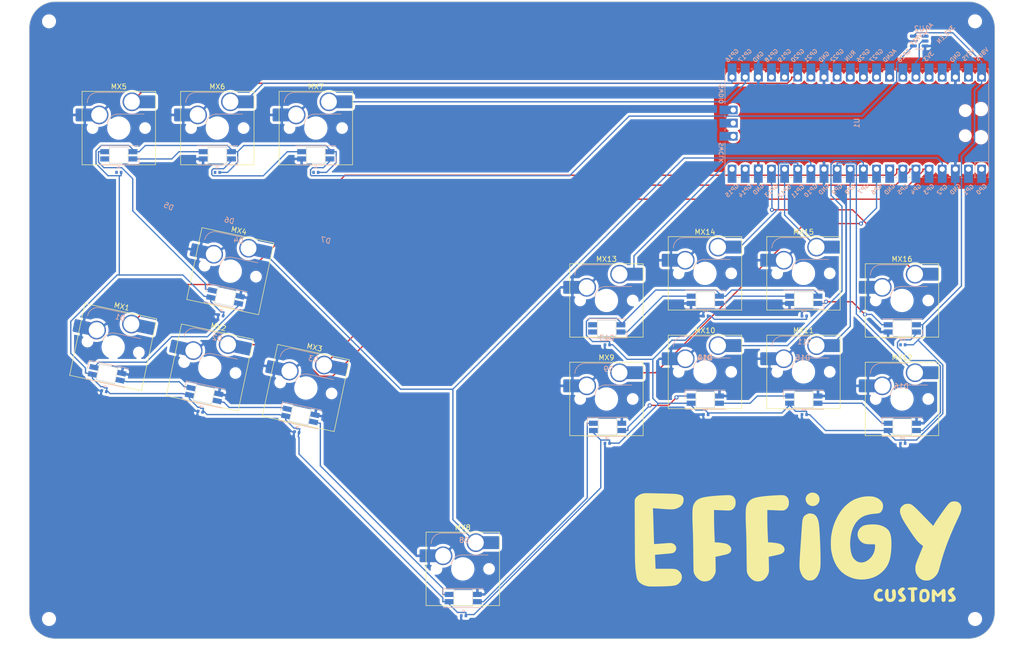
<source format=kicad_pcb>
(kicad_pcb (version 20221018) (generator pcbnew)
  (layers (0 "F.Cu" signal) (31 "B.Cu" signal) (34 "B.Paste" user) (35 "F.Paste" user) (36 "B.SilkS" user "B.Silkscreen") (37 "F.SilkS" user "F.Silkscreen") (38 "B.Mask" user) (39 "F.Mask" user) (44 "Edge.Cuts" user))
  (net 0 "")
  (net 1 "LEFT")
  (net 2 "DOWN")
  (net 3 "RIGHT")
  (net 4 "UP")
  (net 5 "HOME")
  (net 6 "SELECT")
  (net 7 "START")
  (net 8 "1K")
  (net 9 "2K")
  (net 10 "3K")
  (net 11 "4K")
  (net 12 "1P")
  (net 13 "2P")
  (net 14 "3P")
  (net 15 "4P")
  (net 16 "GND")
  (net 17 "Net-(D1-DOUT)")
  (net 18 "RGB0")
  (net 19 "VCC")
  (net 20 "Net-(D2-DOUT)")
  (net 21 "Net-(D3-DOUT)")
  (net 22 "Net-(D8-DOUT)")
  (net 23 "Net-(D10-DIN)")
  (net 24 "Net-(D10-DOUT)")
  (net 25 "Net-(D11-DOUT)")
  (net 26 "Net-(D12-DOUT)")
  (net 27 "Net-(D1-DIN)")
  (net 49 "Net-(D4-DIN)")
  (net 50 "Net-(D5-DIN)")
  (net 51 "Net-(D7-DIN)")
  (net 52 "Net-(D13-DIN)")
  (net 54 "Net-(D14-DIN)")
  (net 55 "Net-(D15-DIN)")
  (net 56 "Net-(D6-DIN)")
  (footprint "PCM_Switch_Keyboard_Hotswap_Kailh:SW_Hotswap_Kailh_MX_Plated_1.00u" (layer "F.Cu") (at 100.469 111.5421 -12)
    (fp_text reference "MX3")
    (fp_text value "MX-NoLED")
  )
  (footprint "PCM_Switch_Keyboard_Hotswap_Kailh:SW_Hotswap_Kailh_MX_Plated_1.00u" (layer "F.Cu") (at 83.3437 61.2775)
    (fp_text reference "MX6")
    (fp_text value "MX-NoLED")
  )
  (footprint "PCM_Switch_Keyboard_Hotswap_Kailh:SW_Hotswap_Kailh_MX_Plated_1.00u" (layer "F.Cu") (at 63.2017 103.6207 -12)
    (fp_text reference "MX1")
    (fp_text value "MX-NoLED")
  )
  (footprint "PCM_Switch_Keyboard_Hotswap_Kailh:SW_Hotswap_Kailh_MX_Plated_1.00u" (layer "F.Cu") (at 215.7412 94.615)
    (fp_text reference "MX16")
    (fp_text value "MX-NoLED")
  )
  (footprint "MountingHole:MountingHole_2.2mm_M2" (layer "F.Cu") (at 50.8 156.21)
    (fp_text reference "H2" hide)
    (fp_text value "MountingHole_2.2mm_M2")
  )
  (footprint "PCM_Switch_Keyboard_Hotswap_Kailh:SW_Hotswap_Kailh_MX_Plated_1.00u" (layer "F.Cu") (at 81.8874 107.5869 -12)
    (fp_text reference "MX2")
    (fp_text value "MX-NoLED")
  )
  (footprint "MountingHole:MountingHole_2.2mm_M2" (layer "F.Cu") (at 50.8 40.64)
    (fp_text reference "H1" hide)
    (fp_text value "MountingHole_2.2mm_M2")
  )
  (footprint "PCM_Switch_Keyboard_Hotswap_Kailh:SW_Hotswap_Kailh_MX_Plated_1.00u" (layer "F.Cu") (at 102.3937 61.2775)
    (fp_text reference "MX7")
    (fp_text value "MX-NoLED")
  )
  (footprint "LOGO" (layer "F.Cu") (at 195.58 140.97)
    (fp_text reference "G***" hide)
    (fp_text value "LOGO" hide)
  )
  (footprint "PCM_Switch_Keyboard_Hotswap_Kailh:SW_Hotswap_Kailh_MX_Plated_1.00u" (layer "F.Cu") (at 64.2937 61.2775)
    (fp_text reference "MX5")
    (fp_text value "MX-NoLED")
  )
  (footprint "PCM_Switch_Keyboard_Hotswap_Kailh:SW_Hotswap_Kailh_MX_Plated_1.00u" (layer "F.Cu") (at 85.8481 88.9532 -12)
    (fp_text reference "MX4")
    (fp_text value "MX-NoLED")
  )
  (footprint "MountingHole:MountingHole_2.2mm_M2" (layer "F.Cu") (at 229.87 40.64)
    (fp_text reference "H4" hide)
    (fp_text value "MountingHole_2.2mm_M2")
  )
  (footprint "PCM_Switch_Keyboard_Hotswap_Kailh:SW_Hotswap_Kailh_MX_Plated_1.00u" (layer "F.Cu") (at 215.7412 113.665)
    (fp_text reference "MX12")
    (fp_text value "MX-NoLED")
  )
  (footprint "PCM_Switch_Keyboard_Hotswap_Kailh:SW_Hotswap_Kailh_MX_Plated_1.00u" (layer "F.Cu") (at 177.6412 108.4262)
    (fp_text reference "MX10")
    (fp_text value "MX-NoLED")
  )
  (footprint "PCM_Switch_Keyboard_Hotswap_Kailh:SW_Hotswap_Kailh_MX_Plated_2.00u" (layer "F.Cu") (at 130.81 146.5262)
    (fp_text reference "MX8")
    (fp_text value "MX-NoLED")
  )
  (footprint "PCM_Switch_Keyboard_Hotswap_Kailh:SW_Hotswap_Kailh_MX_Plated_1.00u" (layer "F.Cu") (at 177.6412 89.3762)
    (fp_text reference "MX14")
    (fp_text value "MX-NoLED")
  )
  (footprint "PCM_Switch_Keyboard_Hotswap_Kailh:SW_Hotswap_Kailh_MX_Plated_1.00u" (layer "F.Cu") (at 196.6912 108.4262)
    (fp_text reference "MX11")
    (fp_text value "MX-NoLED")
  )
  (footprint "PCM_Switch_Keyboard_Hotswap_Kailh:SW_Hotswap_Kailh_MX_Plated_1.00u" (layer "F.Cu") (at 158.5912 94.615)
    (fp_text reference "MX13")
    (fp_text value "MX-NoLED")
  )
  (footprint "PCM_Switch_Keyboard_Hotswap_Kailh:SW_Hotswap_Kailh_MX_Plated_1.00u" (layer "F.Cu") (at 196.6912 89.3762)
    (fp_text reference "MX15")
    (fp_text value "MX-NoLED")
  )
  (footprint "MountingHole:MountingHole_2.2mm_M2" (layer "F.Cu") (at 229.87 156.21)
    (fp_text reference "H3" hide)
    (fp_text value "MountingHole_2.2mm_M2")
  )
  (footprint "PCM_Switch_Keyboard_Hotswap_Kailh:SW_Hotswap_Kailh_MX_Plated_1.00u" (layer "F.Cu") (at 158.5912 113.665)
    (fp_text reference "MX9")
    (fp_text value "MX-NoLED")
  )
  (footprint "MCU_RaspberryPi_and_Boards:RPi_Pico_SMD_TH" (layer "B.Cu") (at 207.01 60.325 90)
    (fp_text reference "U1")
    (fp_text value "Pico")
  )
  (footprint "CAPC1005X55N:CAPC1005X55N" (layer "B.Cu") (at 158.75 103.1875 180)
    (fp_text reference "C13")
    (fp_text value "100nf")
  )
  (footprint "CAPC1005X55N:CAPC1005X55N" (layer "B.Cu") (at 196.85 116.6812 180)
    (fp_text reference "C11")
    (fp_text value "100nf")
  )
  (footprint "kicad-footprints:YS-SK6812MINI-E" (layer "B.Cu") (at 215.7999 119.064)
    (fp_text reference "D12")
    (fp_text value "SK6812MINI")
    (fp_line (start -1.8 -1.55) (end 1.8 -1.55) (stroke (width 0.12)) (layer "Edge.Cuts"))
    (fp_line (start -1.8 1.55) (end -1.8 -1.55) (stroke (width 0.12)) (layer "Edge.Cuts"))
    (fp_line (start 1.8 -1.55) (end 1.8 1.55) (stroke (width 0.12)) (layer "Edge.Cuts"))
    (fp_line (start 1.8 1.55) (end -1.8 1.55) (stroke (width 0.12)) (layer "Edge.Cuts"))
  )
  (footprint "kicad-footprints:YS-SK6812MINI-E" (layer "B.Cu") (at 102.3938 66.548 180)
    (fp_text reference "D7")
    (fp_text value "SK6812MINI")
    (fp_line (start -1.8 -1.55) (end 1.8 -1.55) (stroke (width 0.12)) (layer "Edge.Cuts"))
    (fp_line (start -1.8 1.55) (end -1.8 -1.55) (stroke (width 0.12)) (layer "Edge.Cuts"))
    (fp_line (start 1.8 -1.55) (end 1.8 1.55) (stroke (width 0.12)) (layer "Edge.Cuts"))
    (fp_line (start 1.8 1.55) (end -1.8 1.55) (stroke (width 0.12)) (layer "Edge.Cuts"))
  )
  (footprint "CAPC1005X55N:CAPC1005X55N" (layer "B.Cu") (at 158.75 122.2375 180)
    (fp_text reference "C9")
    (fp_text value "100nf")
  )
  (footprint "kicad-footprints:YS-SK6812MINI-E" (layer "B.Cu") (at 83.3438 66.548 180)
    (fp_text reference "D6")
    (fp_text value "SK6812MINI")
    (fp_line (start -1.8 -1.55) (end 1.8 -1.55) (stroke (width 0.12)) (layer "Edge.Cuts"))
    (fp_line (start -1.8 1.55) (end -1.8 -1.55) (stroke (width 0.12)) (layer "Edge.Cuts"))
    (fp_line (start 1.8 -1.55) (end 1.8 1.55) (stroke (width 0.12)) (layer "Edge.Cuts"))
    (fp_line (start 1.8 1.55) (end -1.8 1.55) (stroke (width 0.12)) (layer "Edge.Cuts"))
  )
  (footprint "kicad-footprints:YS-SK6812MINI-E" (layer "B.Cu") (at 64.2938 66.548 180)
    (fp_text reference "D5")
    (fp_text value "SK6812MINI")
    (fp_line (start -1.8 -1.55) (end 1.8 -1.55) (stroke (width 0.12)) (layer "Edge.Cuts"))
    (fp_line (start -1.8 1.55) (end -1.8 -1.55) (stroke (width 0.12)) (layer "Edge.Cuts"))
    (fp_line (start 1.8 -1.55) (end 1.8 1.55) (stroke (width 0.12)) (layer "Edge.Cuts"))
    (fp_line (start 1.8 1.55) (end -1.8 1.55) (stroke (width 0.12)) (layer "Edge.Cuts"))
  )
  (footprint "CAPC1005X55N:CAPC1005X55N" (layer "B.Cu") (at 61.4383 112.1666 168)
    (fp_text reference "C4")
    (fp_text value "100nf")
  )
  (footprint "kicad-footprints:YS-SK6812MINI-E" (layer "B.Cu") (at 158.8124 119.064)
    (fp_text reference "D9")
    (fp_text value "SK6812MINI")
    (fp_line (start -1.8 -1.55) (end 1.8 -1.55) (stroke (width 0.12)) (layer "Edge.Cuts"))
    (fp_line (start -1.8 1.55) (end -1.8 -1.55) (stroke (width 0.12)) (layer "Edge.Cuts"))
    (fp_line (start 1.8 -1.55) (end 1.8 1.55) (stroke (width 0.12)) (layer "Edge.Cuts"))
    (fp_line (start 1.8 1.55) (end -1.8 1.55) (stroke (width 0.12)) (layer "Edge.Cuts"))
  )
  (footprint "CAPC1005X55N:CAPC1005X55N" (layer "B.Cu") (at 177.8 97.6312 180)
    (fp_text reference "C14")
    (fp_text value "100nf")
  )
  (footprint "CAPC1005X55N:CAPC1005X55N" (layer "B.Cu") (at 80.072 116.1273 168)
    (fp_text reference "C5")
    (fp_text value "100nf")
  )
  (footprint "kicad-footprints:YS-SK6812MINI-E" (layer "B.Cu") (at 158.6499 100.014 180)
    (fp_text reference "D13")
    (fp_text value "SK6812MINI")
    (fp_line (start -1.8 -1.55) (end 1.8 -1.55) (stroke (width 0.12)) (layer "Edge.Cuts"))
    (fp_line (start -1.8 1.55) (end -1.8 -1.55) (stroke (width 0.12)) (layer "Edge.Cuts"))
    (fp_line (start 1.8 -1.55) (end 1.8 1.55) (stroke (width 0.12)) (layer "Edge.Cuts"))
    (fp_line (start 1.8 1.55) (end -1.8 1.55) (stroke (width 0.12)) (layer "Edge.Cuts"))
  )
  (footprint "CAPC1005X55N:CAPC1005X55N" (layer "B.Cu") (at 215.9 122.2375 180)
    (fp_text reference "C12")
    (fp_text value "100nf")
  )
  (footprint "kicad-footprints:YS-SK6812MINI-E" (layer "B.Cu") (at 196.7499 113.792)
    (fp_text reference "D11")
    (fp_text value "SK6812MINI")
    (fp_line (start -1.8 -1.55) (end 1.8 -1.55) (stroke (width 0.12)) (layer "Edge.Cuts"))
    (fp_line (start -1.8 1.55) (end -1.8 -1.55) (stroke (width 0.12)) (layer "Edge.Cuts"))
    (fp_line (start 1.8 -1.55) (end 1.8 1.55) (stroke (width 0.12)) (layer "Edge.Cuts"))
    (fp_line (start 1.8 1.55) (end -1.8 1.55) (stroke (width 0.12)) (layer "Edge.Cuts"))
  )
  (footprint "kicad-footprints:YS-SK6812MINI-E" (layer "B.Cu") (at 177.6999 113.792)
    (fp_text reference "D10")
    (fp_text value "SK6812MINI")
    (fp_line (start -1.8 -1.55) (end 1.8 -1.55) (stroke (width 0.12)) (layer "Edge.Cuts"))
    (fp_line (start -1.8 1.55) (end -1.8 -1.55) (stroke (width 0.12)) (layer "Edge.Cuts"))
    (fp_line (start 1.8 -1.55) (end 1.8 1.55) (stroke (width 0.12)) (layer "Edge.Cuts"))
    (fp_line (start 1.8 1.55) (end -1.8 1.55) (stroke (width 0.12)) (layer "Edge.Cuts"))
  )
  (footprint "kicad-footprints:YS-SK6812MINI-E" (layer "B.Cu") (at 215.7999 100.014 180)
    (fp_text reference "D16")
    (fp_text value "SK6812MINI")
    (fp_line (start -1.8 -1.55) (end 1.8 -1.55) (stroke (width 0.12)) (layer "Edge.Cuts"))
    (fp_line (start -1.8 1.55) (end -1.8 -1.55) (stroke (width 0.12)) (layer "Edge.Cuts"))
    (fp_line (start 1.8 -1.55) (end 1.8 1.55) (stroke (width 0.12)) (layer "Edge.Cuts"))
    (fp_line (start 1.8 1.55) (end -1.8 1.55) (stroke (width 0.12)) (layer "Edge.Cuts"))
  )
  (footprint "kicad-footprints:YS-SK6812MINI-E" (layer "B.Cu") (at 130.8857 152.1634)
    (fp_text reference "D8")
    (fp_text value "SK6812MINI")
    (fp_line (start -1.8 -1.55) (end 1.8 -1.55) (stroke (width 0.12)) (layer "Edge.Cuts"))
    (fp_line (start -1.8 1.55) (end -1.8 -1.55) (stroke (width 0.12)) (layer "Edge.Cuts"))
    (fp_line (start 1.8 -1.55) (end 1.8 1.55) (stroke (width 0.12)) (layer "Edge.Cuts"))
    (fp_line (start 1.8 1.55) (end -1.8 1.55) (stroke (width 0.12)) (layer "Edge.Cuts"))
  )
  (footprint "CAPC1005X55N:CAPC1005X55N" (layer "B.Cu") (at 64.2938 69.85 180)
    (fp_text reference "C3")
    (fp_text value "100nf")
  )
  (footprint "CAPC1005X55N:CAPC1005X55N" (layer "B.Cu") (at 130.9688 155.575 180)
    (fp_text reference "C7")
    (fp_text value "100nf")
  )
  (footprint "kicad-footprints:YS-SK6812MINI-E" (layer "B.Cu") (at 84.9132 93.9334 -12)
    (fp_text reference "D4")
    (fp_text value "SK6812MINI")
    (fp_line (start -1.8 -1.55) (end 1.8 -1.55) (stroke (width 0.12)) (layer "Edge.Cuts"))
    (fp_line (start -1.8 1.55) (end -1.8 -1.55) (stroke (width 0.12)) (layer "Edge.Cuts"))
    (fp_line (start 1.8 -1.55) (end 1.8 1.55) (stroke (width 0.12)) (layer "Edge.Cuts"))
    (fp_line (start 1.8 1.55) (end -1.8 1.55) (stroke (width 0.12)) (layer "Edge.Cuts"))
  )
  (footprint "kicad-footprints:YS-SK6812MINI-E" (layer "B.Cu") (at 99.3952 116.8443 -12)
    (fp_text reference "D3")
    (fp_text value "SK6812MINI")
    (fp_line (start -1.8 -1.55) (end 1.8 -1.55) (stroke (width 0.12)) (layer "Edge.Cuts"))
    (fp_line (start -1.8 1.55) (end -1.8 -1.55) (stroke (width 0.12)) (layer "Edge.Cuts"))
    (fp_line (start 1.8 -1.55) (end 1.8 1.55) (stroke (width 0.12)) (layer "Edge.Cuts"))
    (fp_line (start 1.8 1.55) (end -1.8 1.55) (stroke (width 0.12)) (layer "Edge.Cuts"))
  )
  (footprint "kicad-footprints:YS-SK6812MINI-E" (layer "B.Cu") (at 196.7499 94.488 180)
    (fp_text reference "D15")
    (fp_text value "SK6812MINI")
    (fp_line (start -1.8 -1.55) (end 1.8 -1.55) (stroke (width 0.12)) (layer "Edge.Cuts"))
    (fp_line (start -1.8 1.55) (end -1.8 -1.55) (stroke (width 0.12)) (layer "Edge.Cuts"))
    (fp_line (start 1.8 -1.55) (end 1.8 1.55) (stroke (width 0.12)) (layer "Edge.Cuts"))
    (fp_line (start 1.8 1.55) (end -1.8 1.55) (stroke (width 0.12)) (layer "Edge.Cuts"))
  )
  (footprint "kicad-footprints:YS-SK6812MINI-E" (layer "B.Cu") (at 62.0175 108.8021 -12)
    (fp_text reference "D1")
    (fp_text value "SK6812MINI")
    (fp_line (start -1.8 -1.55) (end 1.8 -1.55) (stroke (width 0.12)) (layer "Edge.Cuts"))
    (fp_line (start -1.8 1.55) (end -1.8 -1.55) (stroke (width 0.12)) (layer "Edge.Cuts"))
    (fp_line (start 1.8 -1.55) (end 1.8 1.55) (stroke (width 0.12)) (layer "Edge.Cuts"))
    (fp_line (start 1.8 1.55) (end -1.8 1.55) (stroke (width 0.12)) (layer "Edge.Cuts"))
  )
  (footprint "CAPC1005X55N:CAPC1005X55N" (layer "B.Cu") (at 98.7058 120.0881 168)
    (fp_text reference "C6")
    (fp_text value "100nf")
  )
  (footprint "CAPC1005X55N:CAPC1005X55N" (layer "B.Cu") (at 83.3438 69.85 180)
    (fp_text reference "C2")
    (fp_text value "100nf")
  )
  (footprint "kicad-footprints:YS-SK6812MINI-E" (layer "B.Cu") (at 177.6999 94.488 180)
    (fp_text reference "D14")
    (fp_text value "SK6812MINI")
    (fp_line (start -1.8 -1.55) (end 1.8 -1.55) (stroke (width 0.12)) (layer "Edge.Cuts"))
    (fp_line (start -1.8 1.55) (end -1.8 -1.55) (stroke (width 0.12)) (layer "Edge.Cuts"))
    (fp_line (start 1.8 -1.55) (end 1.8 1.55) (stroke (width 0.12)) (layer "Edge.Cuts"))
    (fp_line (start 1.8 1.55) (end -1.8 1.55) (stroke (width 0.12)) (layer "Edge.Cuts"))
  )
  (footprint "CAPC1005X55N:CAPC1005X55N" (layer "B.Cu") (at 177.8 116.6812 180)
    (fp_text reference "C10")
    (fp_text value "100nf")
  )
  (footprint "Package_TO_SOT_SMD:SOT-23-5" (layer "B.Cu") (at 219.075 44.45 180)
    (fp_text reference "U2")
    (fp_text value "SN74LV1T34DBV")
  )
  (footprint "kicad-footprints:YS-SK6812MINI-E" (layer "B.Cu") (at 80.7813 112.7905 -12)
    (fp_text reference "D2")
    (fp_text value "SK6812MINI")
    (fp_line (start -1.8 -1.55) (end 1.8 -1.55) (stroke (width 0.12)) (layer "Edge.Cuts"))
    (fp_line (start -1.8 1.55) (end -1.8 -1.55) (stroke (width 0.12)) (layer "Edge.Cuts"))
    (fp_line (start 1.8 -1.55) (end 1.8 1.55) (stroke (width 0.12)) (layer "Edge.Cuts"))
    (fp_line (start 1.8 1.55) (end -1.8 1.55) (stroke (width 0.12)) (layer "Edge.Cuts"))
  )
  (footprint "CAPC1005X55N:CAPC1005X55N" (layer "B.Cu") (at 102.3938 69.85 180)
    (fp_text reference "C1")
    (fp_text value "100nf")
  )
  (footprint "CAPC1005X55N:CAPC1005X55N" (layer "B.Cu") (at 196.85 97.6312 180)
    (fp_text reference "C15")
    (fp_text value "100nf")
  )
  (footprint "CAPC1005X55N:CAPC1005X55N" (layer "B.Cu") (at 84.0328 97.4936 168)
    (fp_text reference "C8")
    (fp_text value "100nf")
  )
  (footprint "CAPC1005X55N:CAPC1005X55N" (layer "B.Cu") (at 215.9 103.1875 180)
    (fp_text reference "C16")
    (fp_text value "100nf")
  )
  (gr_arc (start 52.07 160.02) (mid 48.477898 158.532102) (end 46.99 154.94) (stroke (width 0.1)) (layer "Edge.Cuts"))
  (gr_line (start 52.07 160.02) (end 228.6 160.02) (stroke (width 0.1)) (layer "Edge.Cuts"))
  (gr_arc (start 46.99 41.91) (mid 48.477898 38.317898) (end 52.07 36.83) (stroke (width 0.1)) (layer "Edge.Cuts"))
  (gr_arc (start 233.68 154.94) (mid 232.192102 158.532102) (end 228.6 160.02) (stroke (width 0.1)) (layer "Edge.Cuts"))
  (gr_line (start 46.99 41.91) (end 46.99 154.94) (stroke (width 0.1)) (layer "Edge.Cuts"))
  (gr_arc (start 228.6 36.83) (mid 232.192102 38.317898) (end 233.68 41.91) (stroke (width 0.1)) (layer "Edge.Cuts"))
  (gr_line (start 233.68 154.94) (end 233.68 41.91) (stroke (width 0.1)) (layer "Edge.Cuts"))
  (gr_line (start 228.6 36.83) (end 52.07 36.83) (stroke (width 0.1)) (layer "Edge.Cuts"))
  (segment (start 108.0545 70.3939) (end 86.9159 91.5325) (width 0.254) (layer "F.Cu") (net 1))
  (segment (start 74.3897 91.5325) (end 66.7424 99.1798) (width 0.254) (layer "F.Cu") (net 1))
  (segment (start 214.3527 70.3939) (end 108.0545 70.3939) (width 0.254) (layer "F.Cu") (net 1))
  (segment (start 86.9159 91.5325) (end 74.3897 91.5325) (width 0.254) (layer "F.Cu") (net 1))
  (segment (start 215.9 69.215) (end 214.7211 69.215) (width 0.254) (layer "F.Cu") (net 1))
  (segment (start 214.7211 69.215) (end 214.7211 70.0255) (width 0.254) (layer "F.Cu") (net 1))
  (segment (start 214.7211 70.0255) (end 214.3527 70.3939) (width 0.254) (layer "F.Cu") (net 1))
  (segment (start 67.3204 99.7578) (end 66.7424 99.1798) (width 0.254) (layer "B.Cu") (net 1))
  (segment (start 69.4616 99.7578) (end 67.3204 99.7578) (width 0.254) (layer "B.Cu") (net 1))
  (segment (start 105.6575 109.2536) (end 103.0983 109.2536) (width 0.254) (layer "F.Cu") (net 2))
  (segment (start 214.3586 75.0259) (end 139.8852 75.0259) (width 0.254) (layer "F.Cu") (net 2))
  (segment (start 220.98 69.215) (end 219.8011 69.215) (width 0.254) (layer "F.Cu") (net 2))
  (segment (start 139.8852 75.0259) (end 105.6575 109.2536) (width 0.254) (layer "F.Cu") (net 2))
  (segment (start 96.9907 103.146) (end 85.4281 103.146) (width 0.254) (layer "F.Cu") (net 2))
  (segment (start 103.0983 109.2536) (end 96.9907 103.146) (width 0.254) (layer "F.Cu") (net 2))
  (segment (start 219.8011 69.5834) (end 214.3586 75.0259) (width 0.254) (layer "F.Cu") (net 2))
  (segment (start 219.8011 69.215) (end 219.8011 69.5834) (width 0.254) (layer "F.Cu") (net 2))
  (segment (start 86.0061 103.724) (end 85.4281 103.146) (width 0.254) (layer "B.Cu") (net 2))
  (segment (start 88.1473 103.724) (end 86.0061 103.724) (width 0.254) (layer "B.Cu") (net 2))
  (segment (start 138.7912 72.3197) (end 214.5228 72.3197) (width 0.254) (layer "F.Cu") (net 3))
  (segment (start 214.5228 72.3197) (end 217.2611 69.5814) (width 0.254) (layer "F.Cu") (net 3))
  (segment (start 104.0097 107.1012) (end 138.7912 72.3197) (width 0.254) (layer "F.Cu") (net 3))
  (segment (start 218.44 69.215) (end 217.2611 69.215) (width 0.254) (layer "F.Cu") (net 3))
  (segment (start 217.2611 69.5814) (end 217.2611 69.215) (width 0.254) (layer "F.Cu") (net 3))
  (segment (start 104.5877 107.6792) (end 104.0097 107.1012) (width 0.254) (layer "B.Cu") (net 3))
  (segment (start 106.7289 107.6792) (end 104.5877 107.6792) (width 0.254) (layer "B.Cu") (net 3))
  (segment (start 222.5548 67.0709) (end 173.6048 67.0709) (width 0.254) (layer "B.Cu") (net 4))
  (segment (start 136.13 141.4462) (end 133.35 141.4462) (width 0.254) (layer "B.Cu") (net 4))
  (segment (start 128.9001 136.9963) (end 133.35 141.4462) (width 0.254) (layer "B.Cu") (net 4))
  (segment (start 223.52 69.215) (end 223.52 68.0361) (width 0.254) (layer "B.Cu") (net 4))
  (segment (start 128.9001 111.7756) (end 118.7933 111.7756) (width 0.254) (layer "B.Cu") (net 4))
  (segment (start 173.6048 67.0709) (end 128.9001 111.7756) (width 0.254) (layer "B.Cu") (net 4))
  (segment (start 128.9001 111.7756) (end 128.9001 136.9963) (width 0.254) (layer "B.Cu") (net 4))
  (segment (start 92.108 85.0903) (end 89.9668 85.0903) (width 0.254) (layer "B.Cu") (net 4))
  (segment (start 89.9668 85.0903) (end 89.3888 84.5123) (width 0.254) (layer "B.Cu") (net 4))
  (segment (start 118.7933 111.7756) (end 92.108 85.0903) (width 0.254) (layer "B.Cu") (net 4))
  (segment (start 223.52 68.0361) (end 222.5548 67.0709) (width 0.254) (layer "B.Cu") (net 4))
  (segment (start 70.4173 52.6139) (end 66.8337 56.1975) (width 0.254) (layer "F.Cu") (net 5))
  (segment (start 193.5907 52.6139) (end 70.4173 52.6139) (width 0.254) (layer "F.Cu") (net 5))
  (segment (start 194.4011 51.8035) (end 193.5907 52.6139) (width 0.254) (layer "F.Cu") (net 5))
  (segment (start 195.58 51.435) (end 194.4011 51.435) (width 0.254) (layer "F.Cu") (net 5))
  (segment (start 194.4011 51.435) (end 194.4011 51.8035) (width 0.254) (layer "F.Cu") (net 5))
  (segment (start 69.6137 56.1975) (end 66.8337 56.1975) (width 0.254) (layer "B.Cu") (net 5))
  (segment (start 182.88 51.435) (end 182.88 52.6139) (width 0.254) (layer "B.Cu") (net 6))
  (segment (start 182.88 52.6139) (end 92.2473 52.6139) (width 0.254) (layer "B.Cu") (net 6))
  (segment (start 92.2473 52.6139) (end 88.6637 56.1975) (width 0.254) (layer "B.Cu") (net 6))
  (segment (start 88.6637 56.1975) (end 85.8837 56.1975) (width 0.254) (layer "B.Cu") (net 6))
  (segment (start 181.8364 56.1975) (end 107.7137 56.1975) (width 0.254) (layer "B.Cu") (net 7))
  (segment (start 107.7137 56.1975) (end 104.9337 56.1975) (width 0.254) (layer "B.Cu") (net 7))
  (segment (start 185.42 52.6139) (end 181.8364 56.1975) (width 0.254) (layer "B.Cu") (net 7))
  (segment (start 185.42 51.435) (end 185.42 52.6139) (width 0.254) (layer "B.Cu") (net 7))
  (segment (start 207.8082 79.7497) (end 196.9397 79.7497) (width 0.254) (layer "F.Cu") (net 8))
  (segment (start 196.9397 79.7497) (end 168.1044 108.585) (width 0.254) (layer "F.Cu") (net 8))
  (segment (start 168.1044 108.585) (end 161.1312 108.585) (width 0.254) (layer "F.Cu") (net 8))
  (via (at 207.8082 79.7497) (size 0.8) (drill 0.4) (layers "F.Cu" "B.Cu") (net 8))
  (segment (start 210.82 69.215) (end 210.82 76.7379) (width 0.254) (layer "B.Cu") (net 8))
  (segment (start 163.9112 108.585) (end 161.1312 108.585) (width 0.254) (layer "B.Cu") (net 8))
  (segment (start 210.82 76.7379) (end 207.8082 79.7497) (width 0.254) (layer "B.Cu") (net 8))
  (segment (start 182.9612 103.3462) (end 193.5889 103.3462) (width 0.254) (layer "B.Cu") (net 9))
  (segment (start 202.6514 67.5704) (end 207.8143 67.5704) (width 0.254) (layer "B.Cu") (net 9))
  (segment (start 202.0211 68.2007) (end 202.6514 67.5704) (width 0.254) (layer "B.Cu") (net 9))
  (segment (start 204.1396 92.7955) (end 204.1396 76.4145) (width 0.254) (layer "B.Cu") (net 9))
  (segment (start 204.1396 76.4145) (end 202.0211 74.296) (width 0.254) (layer "B.Cu") (net 9))
  (segment (start 193.5889 103.3462) (end 204.1396 92.7955) (width 0.254) (layer "B.Cu") (net 9))
  (segment (start 180.1812 103.3462) (end 182.9612 103.3462) (width 0.254) (layer "B.Cu") (net 9))
  (segment (start 202.0211 74.296) (end 202.0211 68.2007) (width 0.254) (layer "B.Cu") (net 9))
  (segment (start 208.28 69.215) (end 208.28 68.0361) (width 0.254) (layer "B.Cu") (net 9))
  (segment (start 207.8143 67.5704) (end 208.28 68.0361) (width 0.254) (layer "B.Cu") (net 9))
  (segment (start 205.74 99.6174) (end 205.74 69.215) (width 0.254) (layer "B.Cu") (net 10))
  (segment (start 202.0112 103.3462) (end 199.2312 103.3462) (width 0.254) (layer "B.Cu") (net 10))
  (segment (start 202.0112 103.3462) (end 205.74 99.6174) (width 0.254) (layer "B.Cu") (net 10))
  (segment (start 203.2 68.0361) (end 206.7534 68.0361) (width 0.254) (layer "B.Cu") (net 11))
  (segment (start 221.0612 108.585) (end 218.2812 108.585) (width 0.254) (layer "B.Cu") (net 11))
  (segment (start 203.2 69.215) (end 203.2 68.0361) (width 0.254) (layer "B.Cu") (net 11))
  (segment (start 206.7534 68.0361) (end 206.9189 68.2016) (width 0.254) (layer "B.Cu") (net 11))
  (segment (start 206.9189 68.2016) (end 206.9189 97.2227) (width 0.254) (layer "B.Cu") (net 11))
  (segment (start 206.9189 97.2227) (end 218.2812 108.585) (width 0.254) (layer "B.Cu") (net 11))
  (segment (start 197.641 67.5571) (end 198.12 68.0361) (width 0.254) (layer "B.Cu") (net 12))
  (segment (start 163.9112 89.535) (end 161.1312 89.535) (width 0.254) (layer "B.Cu") (net 12))
  (segment (start 163.9112 85.9883) (end 182.3424 67.5571) (width 0.254) (layer "B.Cu") (net 12))
  (segment (start 163.9112 89.535) (end 163.9112 85.9883) (width 0.254) (layer "B.Cu") (net 12))
  (segment (start 198.12 69.215) (end 198.12 68.0361) (width 0.254) (layer "B.Cu") (net 12))
  (segment (start 182.3424 67.5571) (end 197.641 67.5571) (width 0.254) (layer "B.Cu") (net 12))
  (segment (start 184.42 84.2962) (end 191.8611 76.8551) (width 0.254) (layer "B.Cu") (net 13))
  (segment (start 195.58 69.215) (end 195.58 68.0361) (width 0.254) (layer "B.Cu") (net 13))
  (segment (start 182.9612 84.2962) (end 184.42 84.2962) (width 0.254) (layer "B.Cu") (net 13))
  (segment (start 191.9936 68.0361) (end 195.58 68.0361) (width 0.254) (layer "B.Cu") (net 13))
  (segment (start 182.9612 84.2962) (end 180.1812 84.2962) (width 0.254) (layer "B.Cu") (net 13))
  (segment (start 191.8611 76.8551) (end 191.8611 68.1686) (width 0.254) (layer "B.Cu") (net 13))
  (segment (start 191.8611 68.1686) (end 191.9936 68.0361) (width 0.254) (layer "B.Cu") (net 13))
  (segment (start 193.04 78.105) (end 199.2312 84.2962) (width 0.254) (layer "B.Cu") (net 14))
  (segment (start 199.2312 84.2962) (end 202.0112 84.2962) (width 0.254) (layer "B.Cu") (net 14))
  (segment (start 193.04 69.215) (end 193.04 78.105) (width 0.254) (layer "B.Cu") (net 14))
  (segment (start 206.1776 77.0883) (end 190.5971 77.0883) (width 0.254) (layer "F.Cu") (net 15))
  (segment (start 218.2812 89.1919) (end 206.1776 77.0883) (width 0.254) (layer "F.Cu") (net 15))
  (segment (start 218.2812 89.535) (end 218.2812 89.1919) (width 0.254) (layer "F.Cu") (net 15))
  (via (at 190.5971 77.0883) (size 0.8) (drill 0.4) (layers "F.Cu" "B.Cu") (net 15))
  (segment (start 190.5971 72.291) (end 190.5971 77.0883) (width 0.254) (layer "B.Cu") (net 15))
  (segment (start 221.0612 89.535) (end 218.2812 89.535) (width 0.254) (layer "B.Cu") (net 15))
  (segment (start 190.5 72.1939) (end 190.5971 72.291) (width 0.254) (layer "B.Cu") (net 15))
  (segment (start 190.5 69.215) (end 190.5 72.1939) (width 0.254) (layer "B.Cu") (net 15))
  (segment (start 76.9115 111.2522) (end 75.9996 110.3403) (width 0.254) (layer "B.Cu") (net 17))
  (segment (start 78.2369 111.534) (end 76.9115 111.2523) (width 0.254) (layer "B.Cu") (net 17))
  (segment (start 64.5619 110.0586) (end 65.8873 110.3403) (width 0.254) (layer "B.Cu") (net 17))
  (segment (start 76.9115 111.2523) (end 76.9115 111.2522) (width 0.254) (layer "B.Cu") (net 17))
  (segment (start 75.9996 110.3403) (end 65.8873 110.3403) (width 0.254) (layer "B.Cu") (net 17))
  (segment (start 220.2125 44.45) (end 219.7037 44.45) (width 0.254) (layer "B.Cu") (net 18))
  (segment (start 218.44 51.435) (end 218.44 48.4561) (width 0.254) (layer "B.Cu") (net 18))
  (segment (start 219.075 47.8211) (end 218.44 48.4561) (width 0.254) (layer "B.Cu") (net 18))
  (segment (start 219.7037 44.45) (end 219.075 45.0787) (width 0.254) (layer "B.Cu") (net 18))
  (segment (start 219.075 45.0787) (end 219.075 47.8211) (width 0.254) (layer "B.Cu") (net 18))
  (segment (start 104.4361 69.85) (end 102.8388 69.85) (width 0.254) (layer "B.Cu") (net 19))
  (segment (start 63.9739 89.689) (end 55.0087 98.6542) (width 0.254) (layer "B.Cu") (net 19))
  (segment (start 197.295 97.6312) (end 197.295 98.2601) (width 0.254) (layer "B.Cu") (net 19))
  (segment (start 198.6939 92.6034) (end 199.4999 93.4094) (width 0.254) (layer "B.Cu") (net 19))
  (segment (start 76.6204 112.6217) (end 62.5991 112.6217) (width 0.254) (layer "B.Cu") (net 19))
  (segment (start 227.2389 66.7174) (end 227.2389 91.8039) (width 0.254) (layer "B.Cu") (net 19))
  (segment (start 69.4264 64.6443) (end 85.2831 64.6443) (width 0.254) (layer "B.Cu") (net 19))
  (segment (start 129.794 154.9461) (end 131.4138 154.9461) (width 0.254) (layer "B.Cu") (net 19))
  (segment (start 96.5598 117.6986) (end 98.155 119.2938) (width 0.254) (layer "B.Cu") (net 19))
  (segment (start 128.1357 152.8634) (end 126.9568 152.8634) (width 0.254) (layer "B.Cu") (net 19))
  (segment (start 218.5853 42.8522) (end 225.5361 42.8522) (width 0.254) (layer "B.Cu") (net 19))
  (segment (start 179.7461 92.6091) (end 168.1048 92.6091) (width 0.254) (layer "B.Cu") (net 19))
  (segment (start 132.977 155.3509) (end 157.4899 130.838) (width 0.254) (layer "B.Cu") (net 19))
  (segment (start 82.0778 94.0463) (end 80.7523 93.7646) (width 0.254) (layer "B.Cu") (net 19))
  (segment (start 218.8398 102.2815) (end 217.9338 103.1875) (width 0.254) (layer "B.Cu") (net 19))
  (segment (start 225.5361 42.8522) (end 231.14 48.4561) (width 0.254) (layer "B.Cu") (net 19))
  (segment (start 105.1438 65.4665) (end 104.332 64.6547) (width 0.254) (layer "B.Cu") (net 19))
  (segment (start 216.345 122.2375) (end 216.345 121.6086) (width 0.254) (layer "B.Cu") (net 19))
  (segment (start 131.4138 155.575) (end 131.4138 155.3509) (width 0.254) (layer "B.Cu") (net 19))
  (segment (start 61.262 111.2804) (end 61.5042 111.5226) (width 0.254) (layer "B.Cu") (net 19))
  (segment (start 95.2343 116.6755) (end 81.3579 116.6755) (width 0.254) (layer "B.Cu") (net 19))
  (segment (start 131.4138 155.3509) (end 132.977 155.3509) (width 0.254) (layer "B.Cu") (net 19))
  (segment (start 193.9999 114.492) (end 193.9999 114.8741) (width 0.254) (layer "B.Cu") (net 19))
  (segment (start 178.245 116.3667) (end 177.6876 115.8093) (width 0.254) (layer "B.Cu") (net 19))
  (segment (start 156.0624 119.764) (end 156.0624 120.1811) (width 0.254) (layer "B.Cu") (net 19))
  (segment (start 64.4019 70.4789) (end 64.3879 70.4929) (width 0.254) (layer "B.Cu") (net 19))
  (segment (start 79.9131 115.2552) (end 80.1412 115.4833) (width 0.254) (layer "B.Cu") (net 19))
  (segment (start 98.9846 120.9173) (end 98.9845 120.9173) (width 0.254) (layer "B.Cu") (net 19))
  (segment (start 155.2928 98.0832) (end 154.721 98.655) (width 0.254) (layer "B.Cu") (net 19))
  (segment (start 197.295 98.2601) (end 179.4578 98.2601) (width 0.254) (layer "B.Cu") (net 19))
  (segment (start 99.1411 124.3125) (end 99.1411 121.0738) (width 0.254) (layer "B.Cu") (net 19))
  (segment (start 229.7774 64.1789) (end 227.2389 66.7174) (width 0.254) (layer "B.Cu") (net 19))
  (segment (start 60.9047 64.6443) (end 59.8892 65.6598) (width 0.254) (layer "B.Cu") (net 19))
  (segment (start 178.245 116.3667) (end 192.5073 116.3667) (width 0.254) (layer "B.Cu") (net 19))
  (segment (start 67.0438 65.848) (end 67.0438 65.455) (width 0.254) (layer "B.Cu") (net 19))
  (segment (start 84.4681 97.5861) (end 84.6246 96.8496) (width 0.254) (layer "B.Cu") (net 19))
  (segment (start 105.1438 65.848) (end 106.3227 65.848) (width 0.254) (layer "B.Cu") (net 19))
  (segment (start 77.9459 112.9034) (end 76.6204 112.6217) (width 0.254) (layer "B.Cu") (net 19))
  (segment (start 82.0778 94.0463) (end 82.0778 94.8497) (width 0.254) (layer "B.Cu") (net 19))
  (segment (start 82.0778 94.8497) (end 84.0777 96.8496) (width 0.254) (layer "B.Cu") (net 19))
  (segment (start 197.295 116.6812) (end 197.8789 116.6812) (width 0.254) (layer "B.Cu") (net 19))
  (segment (start 167.5618 113.5449) (end 168.5089 114.492) (width 0.254) (layer "B.Cu") (net 19))
  (segment (start 156.0624 120.1811) (end 157.4899 121.6086) (width 0.254) (layer "B.Cu") (net 19))
  (segment (start 157.4899 121.6086) (end 159.195 121.6086) (width 0.254) (layer "B.Cu") (net 19))
  (segment (start 197.295 116.6812) (end 197.295 116.0523) (width 0.254) (layer "B.Cu") (net 19))
  (segment (start 81.3579 116.6755) (end 80.5765 115.8941) (width 0.254) (layer "B.Cu") (net 19))
  (segment (start 106.3227 65.848) (end 106.3227 67.9634) (width 0.254) (layer "B.Cu") (net 19))
  (segment (start 167.5618 105.9959) (end 162.5873 105.9959) (width 0.254) (layer "B.Cu") (net 19))
  (segment (start 213.0499 120.1819) (end 214.4766 121.6086) (width 0.254) (layer "B.Cu") (net 19))
  (segment (start 168.5089 114.492) (end 173.771 114.492) (width 0.254) (layer "B.Cu") (net 19))
  (segment (start 154.721 101.3844) (end 155.8952 102.5586) (width 0.254) (layer "B.Cu") (net 19))
  (segment (start 171.2563 102.3014) (end 167.5618 105.9959) (width 0.254) (layer "B.Cu") (net 19))
  (segment (start 80.1412 115.4833) (end 80.6638 115.4833) (width 0.254) (layer "B.Cu") (net 19))
  (segment (start 106.3227 67.9634) (end 104.4361 69.85) (width 0.254) (layer "B.Cu") (net 19))
  (segment (start 88.466 64.6547) (end 87.2727 65.848) (width 0.254) (layer "B.Cu") (net 19))
  (segment (start 195.1781 116.0523) (end 197.295 116.0523) (width 0.254) (layer "B.Cu") (net 19))
  (segment (start 61.8736 112.2591) (end 61.9372 111.9598) (width 0.254) (layer "B.Cu") (net 19))
  (segment (start 67.0438 65.848) (end 68.2227 65.848) (width 0.254) (layer "B.Cu") (net 19))
  (segment (start 218.5294 121.6086) (end 216.345 121.6086) (width 0.254) (layer "B.Cu") (net 19))
  (segment (start 59.8892 68.1733) (end 62.2088 70.4929) (width 0.254) (layer "B.Cu") (net 19))
  (segment (start 98.155 119.2938) (end 98.5869 119.2938) (width 0.254) (layer "B.Cu") (net 19))
  (segment (start 227.2389 91.8039) (end 219.7288 99.314) (width 0.254) (layer "B.Cu") (net 19))
  (segment (start 231.14 51.435) (end 231.14 48.4561) (width 0.254) (layer "B.Cu") (net 19))
  (segment (start 177.6876 115.8093) (end 175.8791 115.8093) (width 0.254) (layer "B.Cu") (net 19))
  (segment (start 64.7388 69.85) (end 64.7388 70.4789) (width 0.254) (layer "B.Cu") (net 19))
  (segment (start 218.8398 102.2815) (end 223.6359 107.0776) (width 0.254) (layer "B.Cu") (net 19))
  (segment (start 161.0252 122.205) (end 168.5089 114.7213) (width 0.254) (layer "B.Cu") (net 19))
  (segment (start 68.2227 65.848) (end 69.4264 64.6443) (width 0.254) (layer "B.Cu") (net 19))
  (segment (start 161.606 99.1079) (end 161.3999 99.314) (width 0.254) (layer "B.Cu") (net 19))
  (segment (start 96.5598 116.9572) (end 95.2343 116.6755) (width 0.254) (layer "B.Cu") (net 19))
  (segment (start 96.5598 116.9572) (end 96.5598 117.6986) (width 0.254) (layer "B.Cu") (net 19))
  (segment (start 159.195 122.2375) (end 159.195 122.205) (width 0.254) (layer "B.Cu") (net 19))
  (segment (start 86.0938 65.848) (end 87.2727 65.848) (width 0.254) (layer "B.Cu") (net 19))
  (segment (start 214.4766 121.6086) (end 216.345 121.6086) (width 0.254) (layer "B.Cu") (net 19))
  (segment (start 80.5073 116.2198) (end 80.5765 115.8941) (width 0.254) (layer "B.Cu") (net 19))
  (segment (start 84.0777 96.8496) (end 84.6246 96.8496) (width 0.254) (layer "B.Cu") (net 19))
  (segment (start 86.0938 65.455) (end 86.0938 65.848) (width 0.254) (layer "B.Cu") (net 19))
  (segment (start 159.195 122.205) (end 159.195 121.6086) (width 0.254) (layer "B.Cu") (net 19))
  (segment (start 157.4899 130.838) (end 157.4899 121.6086) (width 0.254) (layer "B.Cu") (net 19))
  (segment (start 219.7288 101.3925) (end 218.8398 102.2815) (width 0.254) (layer "B.Cu") (net 19))
  (segment (start 178.245 116.6812) (end 178.245 116.3667) (width 0.254) (layer "B.Cu") (net 19))
  (segment (start 76.6768 89.689) (end 64.3879 89.689) (width 0.254) (layer "B.Cu") (net 19))
  (segment (start 77.9459 112.9034) (end 77.9459 113.6446) (width 0.254) (layer "B.Cu") (net 19))
  (segment (start 168.1048 92.6091) (end 161.606 99.1079) (width 0.254) (layer "B.Cu") (net 19))
  (segment (start 87.2727 67.8949) (end 85.3176 69.85) (width 0.254) (layer "B.Cu") (net 19))
  (segment (start 87.2727 65.848) (end 87.2727 67.8949) (width 0.254) (layer "B.Cu") (net 19))
  (segment (start 178.245 97.6312) (end 178.537 97.6312) (width 0.254) (layer "B.Cu") (net 19))
  (segment (start 61.9372 111.9598) (end 62.0301 111.5226) (width 0.254) (layer "B.Cu") (net 19))
  (segment (start 99.1411 120.1806) (end 99.2976 119.4441) (width 0.254) (layer "B.Cu") (net 19))
  (segment (start 213.0499 119.764) (end 200.9617 119.764) (width 0.254) (layer "B.Cu") (net 19))
  (segment (start 79.5565 115.2552) (end 79.9131 115.2552) (width 0.254) (layer "B.Cu") (net 19))
  (segment (start 59.1821 108.915) (end 59.1821 109.6566) (width 0.254) (layer "B.Cu") (net 19))
  (segment (start 231.14 51.435) (end 231.14 52.6139) (width 0.254) (layer "B.Cu") (net 19))
  (segment (start 62.5991 112.6217) (end 61.9372 111.9598) (width 0.254) (layer "B.Cu") (net 19))
  (segment (start 159.195 103.1875) (end 159.7789 103.1875) (width 0.254) (layer "B.Cu") (net 19))
  (segment (start 99.1411 121.0738) (end 98.9846 120.9173) (width 0.254) (layer "B.Cu") (net 19))
  (segment (start 77.9459 113.6446) (end 79.5565 115.2552) (width 0.254) (layer "B.Cu") (net 19))
  (segment (start 167.5618 105.9959) (end 167.5618 113.5449) (width 0.254) (layer "B.Cu") (net 19))
  (segment (start 55.0087 104.8343) (end 57.8566 107.6822) (width 0.254) (layer "B.Cu") (net 19))
  (segment (start 128.1357 152.8634) (end 128.1357 153.2878) (width 0.254) (layer "B.Cu") (net 19))
  (segment (start 223.6359 116.5021) (end 218.5294 121.6086) (width 0.254) (layer "B.Cu") (net 19))
  (segment (start 199.4999 93.4094) (end 199.4999 93.788) (width 0.254) (layer "B.Cu") (net 19))
  (segment (start 105.1438 65.848) (end 105.1438 65.4665) (width 0.254) (layer "B.Cu") (net 19))
  (segment (start 155.8952 102.5586) (end 159.195 102.5586) (width 0.254) (layer "B.Cu") (net 19))
  (segment (start 66.2331 64.6443) (end 60.9047 64.6443) (width 0.254) (layer "B.Cu") (net 19))
  (segment (start 182.8134 92.6034) (end 198.6939 92.6034) (width 0.254) (layer "B.Cu") (net 19))
  (segment (start 213.0499 119.764) (end 213.0499 120.1819) (width 0.254) (layer "B.Cu") (net 19))
  (segment (start 67.0438 65.455) (end 66.2331 64.6443) (width 0.254) (layer "B.Cu") (net 19))
  (segment (start 59.1821 108.915) (end 57.8566 108.6333) (width 0.254) (layer "B.Cu") (net 19))
  (segment (start 131.4138 155.3509) (end 131.4138 154.9461) (width 0.254) (layer "B.Cu") (net 19))
  (segment (start 180.925 93.788) (end 181.6288 93.788) (width 0.254) (layer "B.Cu") (net 19))
  (segment (start 200.9617 119.764) (end 197.8789 116.6812) (width 0.254) (layer "B.Cu") (net 19))
  (segment (start 193.9999 114.8741) (end 195.1781 116.0523) (width 0.254) (layer "B.Cu") (net 19))
  (segment (start 99.1411 120.1806) (end 98.9845 120.9173) (width 0.254) (layer "B.Cu") (net 19))
  (segment (start 59.1821 109.6566) (end 60.8059 111.2804) (width 0.254) (layer "B.Cu") (net 19))
  (segment (start 217.9338 103.1875) (end 216.345 103.1875) (width 0.254) (layer "B.Cu") (net 19))
  (segment (start 61.5042 111.5226) (end 62.0301 111.5226) (width 0.254) (layer "B.Cu") (net 19))
  (segment (start 64.7388 70.4789) (end 64.4019 70.4789) (width 0.254) (layer "B.Cu") (net 19))
  (segment (start 161.606 99.1079) (end 160.5813 98.0832) (width 0.254) (layer "B.Cu") (net 19))
  (segment (start 181.6288 93.788) (end 182.8134 92.6034) (width 0.254) (layer "B.Cu") (net 19))
  (segment (start 179.4578 98.2601) (end 178.8289 97.6312) (width 0.254) (layer "B.Cu") (net 19))
  (segment (start 178.537 97.6312) (end 178.8289 97.6312) (width 0.254) (layer "B.Cu") (net 19))
  (segment (start 175.8791 115.8093) (end 174.9499 114.8801) (width 0.254) (layer "B.Cu") (net 19))
  (segment (start 85.3176 69.85) (end 83.7888 69.85) (width 0.254) (layer "B.Cu") (net 19))
  (segment (start 55.0087 98.6542) (end 55.0087 104.8343) (width 0.254) (layer "B.Cu") (net 19))
  (segment (start 168.5089 114.7213) (end 168.5089 114.492) (width 0.254) (layer "B.Cu") (net 19))
  (segment (start 192.5073 116.3667) (end 193.9999 114.8741) (width 0.254) (layer "B.Cu") (net 19))
  (segment (start 223.6359 107.0776) (end 223.6359 116.5021) (width 0.254) (layer "B.Cu") (net 19))
  (segment (start 178.537 97.6312) (end 173.8668 102.3014) (width 0.254) (layer "B.Cu") (net 19))
  (segment (start 126.9568 152.8634) (end 126.9568 152.1282) (width 0.254) (layer "B.Cu") (net 19))
  (segment (start 231.14 52.6139) (end 229.7774 53.9765) (width 0.254) (layer "B.Cu") (net 19))
  (segment (start 162.5873 105.9959) (end 159.7789 103.1875) (width 0.254) (layer "B.Cu") (net 19))
  (segment (start 173.8668 102.3014) (end 171.2563 102.3014) (width 0.254) (layer "B.Cu") (net 19))
  (segment (start 180.925 93.788) (end 179.7461 92.6091) (width 0.254) (layer "B.Cu") (net 19))
  (segment (start 104.332 64.6547) (end 88.466 64.6547) (width 0.254) (layer "B.Cu") (net 19))
  (segment (start 59.8892 65.6598) (end 59.8892 68.1733) (width 0.254) (layer "B.Cu") (net 19))
  (segment (start 57.8566 107.6822) (end 57.8566 108.6333) (width 0.254) (layer "B.Cu") (net 19))
  (segment (start 80.7523 93.7645) (end 76.6768 89.689) (width 0.254) (layer "B.Cu") (net 19))
  (segment (start 98.5869 119.2938) (end 98.7372 119.4441) (width 0.254) (layer "B.Cu") (net 19))
  (segment (start 128.1357 153.2878) (end 129.794 154.9461) (width 0.254) (layer "B.Cu") (net 19))
  (segment (start 160.5813 98.0832) (end 155.2928 98.0832) (width 0.254) (layer "B.Cu") (net 19))
  (segment (start 126.9568 152.1282) (end 99.1411 124.3125) (width 0.254) (layer "B.Cu") (net 19))
  (segment (start 174.9499 114.492) (end 173.771 114.492) (width 0.254) (layer "B.Cu") (net 19))
  (segment (start 64.3879 89.689) (end 63.9739 89.689) (width 0.254) (layer "B.Cu") (net 19))
  (segment (start 98.7372 119.4441) (end 99.2976 119.4441) (width 0.254) (layer "B.Cu") (net 19))
  (segment (start 62.2088 70.4929) (end 64.3879 70.4929) (width 0.254) (layer "B.Cu") (net 19))
  (segment (start 219.7288 99.314) (end 219.7288 101.3925) (width 0.254) (layer "B.Cu") (net 19))
  (segment (start 85.2831 64.6443) (end 86.0938 65.455) (width 0.254) (layer "B.Cu") (net 19))
  (segment (start 229.7774 53.9765) (end 229.7774 64.1789) (width 0.254) (layer "B.Cu") (net 19))
  (segment (start 174.9499 114.8801) (end 174.9499 114.492) (width 0.254) (layer "B.Cu") (net 19))
  (segment (start 159.195 122.205) (end 161.0252 122.205) (width 0.254) (layer "B.Cu") (net 19))
  (segment (start 159.195 103.1875) (end 159.195 102.5586) (width 0.254) (layer "B.Cu") (net 19))
  (segment (start 180.4499 93.788) (end 180.925 93.788) (width 0.254) (layer "B.Cu") (net 19))
  (segment (start 154.721 98.655) (end 154.721 101.3844) (width 0.254) (layer "B.Cu") (net 19))
  (segment (start 80.5765 115.8941) (end 80.6638 115.4833) (width 0.254) (layer "B.Cu") (net 19))
  (segment (start 217.9375 43.5) (end 218.5853 42.8522) (width 0.254) (layer "B.Cu") (net 19))
  (segment (start 64.3879 89.689) (end 64.3879 70.4929) (width 0.254) (layer "B.Cu") (net 19))
  (segment (start 80.7523 93.7646) (end 80.7523 93.7645) (width 0.254) (layer "B.Cu") (net 19))
  (segment (start 60.8059 111.2804) (end 61.262 111.2804) (width 0.254) (layer "B.Cu") (net 19))
  (segment (start 218.5499 99.314) (end 219.7288 99.314) (width 0.254) (layer "B.Cu") (net 19))
  (segment (start 96.8508 115.5878) (end 95.5254 115.3061) (width 0.254) (layer "B.Cu") (net 20))
  (segment (start 83.3257 114.047) (end 84.6511 114.3287) (width 0.254) (layer "B.Cu") (net 20))
  (segment (start 84.6511 114.3288) (end 85.6284 115.3061) (width 0.254) (layer "B.Cu") (net 20))
  (segment (start 84.6511 114.3287) (end 84.6511 114.3288) (width 0.254) (layer "B.Cu") (net 20))
  (segment (start 85.6284 115.3061) (end 95.5254 115.3061) (width 0.254) (layer "B.Cu") (net 20))
  (segment (start 101.9396 118.1008) (end 103.265 118.3825) (width 0.254) (layer "B.Cu") (net 21))
  (segment (start 103.265 126.5927) (end 126.9568 150.2845) (width 0.254) (layer "B.Cu") (net 21))
  (segment (start 103.265 118.3825) (end 103.265 126.5927) (width 0.254) (layer "B.Cu") (net 21))
  (segment (start 126.9568 150.2845) (end 126.9568 151.4634) (width 0.254) (layer "B.Cu") (net 21))
  (segment (start 128.1357 151.4634) (end 126.9568 151.4634) (width 0.254) (layer "B.Cu") (net 21))
  (segment (start 154.8835 132.7945) (end 154.8835 118.364) (width 0.254) (layer "B.Cu") (net 22))
  (segment (start 133.6357 152.8634) (end 134.8146 152.8634) (width 0.254) (layer "B.Cu") (net 22))
  (segment (start 156.0624 118.364) (end 154.8835 118.364) (width 0.254) (layer "B.Cu") (net 22))
  (segment (start 134.8146 152.8634) (end 154.8835 132.7945) (width 0.254) (layer "B.Cu") (net 22))
  (segment (start 172.1292 113.3601) (end 170.5848 114.9045) (width 0.254) (layer "F.Cu") (net 23))
  (segment (start 170.5848 114.9045) (end 166.9645 114.9045) (width 0.254) (layer "F.Cu") (net 23))
  (via (at 172.1292 113.3601) (size 0.8) (drill 0.4) (layers "F.Cu" "B.Cu") (net 23))
  (via (at 166.9645 114.9045) (size 0.8) (drill 0.4) (layers "F.Cu" "B.Cu") (net 23))
  (segment (start 174.9499 113.092) (end 172.3973 113.092) (width 0.254) (layer "B.Cu") (net 23))
  (segment (start 166.9645 114.9045) (end 162.7413 119.1277) (width 0.254) (layer "B.Cu") (net 23))
  (segment (start 161.5624 119.764) (end 162.7413 119.764) (width 0.254) (layer "B.Cu") (net 23))
  (segment (start 162.7413 119.1277) (end 162.7413 119.764) (width 0.254) (layer "B.Cu") (net 23))
  (segment (start 172.3973 113.092) (end 172.1292 113.3601) (width 0.254) (layer "B.Cu") (net 23))
  (segment (start 186.3725 114.492) (end 187.7725 113.092) (width 0.254) (layer "B.Cu") (net 24))
  (segment (start 187.7725 113.092) (end 193.9999 113.092) (width 0.254) (layer "B.Cu") (net 24))
  (segment (start 180.4499 114.492) (end 186.3725 114.492) (width 0.254) (layer "B.Cu") (net 24))
  (segment (start 213.0499 118.364) (end 211.871 118.364) (width 0.254) (layer "B.Cu") (net 25))
  (segment (start 199.4999 114.492) (end 207.999 114.492) (width 0.254) (layer "B.Cu") (net 25))
  (segment (start 207.999 114.492) (end 211.871 118.364) (width 0.254) (layer "B.Cu") (net 25))
  (segment (start 218.5499 100.714) (end 218.5499 101.0792) (width 0.254) (layer "B.Cu") (net 26))
  (segment (start 217.4034 102.2257) (end 215.3683 102.2257) (width 0.254) (layer "B.Cu") (net 26))
  (segment (start 215.3683 102.2257) (end 214.8711 102.7229) (width 0.254) (layer "B.Cu") (net 26))
  (segment (start 218.5499 101.0792) (end 217.4034 102.2257) (width 0.254) (layer "B.Cu") (net 26))
  (segment (start 217.4076 106.2268) (end 222.104 106.2268) (width 0.254) (layer "B.Cu") (net 26))
  (segment (start 223.1682 107.291) (end 223.1682 116.3246) (width 0.254) (layer "B.Cu") (net 26))
  (segment (start 222.104 106.2268) (end 223.1682 107.291) (width 0.254) (layer "B.Cu") (net 26))
  (segment (start 214.8711 103.6903) (end 217.4076 106.2268) (width 0.254) (layer "B.Cu") (net 26))
  (segment (start 214.8711 102.7229) (end 214.8711 103.6903) (width 0.254) (layer "B.Cu") (net 26))
  (segment (start 218.5499 119.764) (end 219.7288 119.764) (width 0.254) (layer "B.Cu") (net 26))
  (segment (start 223.1682 116.3246) (end 219.7288 119.764) (width 0.254) (layer "B.Cu") (net 26))
  (segment (start 69.5868 106.5521) (end 60.4666 106.5521) (width 0.254) (layer "B.Cu") (net 27))
  (segment (start 74.5118 101.6271) (end 69.5868 106.5521) (width 0.254) (layer "B.Cu") (net 27))
  (segment (start 87.4576 95.1899) (end 87.4576 95.604) (width 0.254) (layer "B.Cu") (net 27))
  (segment (start 60.4666 106.5521) (end 59.4731 107.5456) (width 0.254) (layer "B.Cu") (net 27))
  (segment (start 87.4576 95.604) (end 81.4345 101.6271) (width 0.254) (layer "B.Cu") (net 27))
  (segment (start 81.4345 101.6271) (end 74.5118 101.6271) (width 0.254) (layer "B.Cu") (net 27))
  (segment (start 66.9861 77.2942) (end 81.0434 91.3515) (width 0.254) (layer "B.Cu") (net 49))
  (segment (start 64.8447 68.9321) (end 66.9861 71.0735) (width 0.254) (layer "B.Cu") (net 49))
  (segment (start 60.3649 67.8858) (end 61.4112 68.9321) (width 0.254) (layer "B.Cu") (net 49))
  (segment (start 66.9861 71.0735) (end 66.9861 77.2942) (width 0.254) (layer "B.Cu") (net 49))
  (segment (start 81.0434 91.3515) (end 81.0434 92.3952) (width 0.254) (layer "B.Cu") (net 49))
  (segment (start 61.5438 65.848) (end 60.3649 65.848) (width 0.254) (layer "B.Cu") (net 49))
  (segment (start 82.3688 92.6769) (end 81.0434 92.3952) (width 0.254) (layer "B.Cu") (net 49))
  (segment (start 61.4112 68.9321) (end 64.8447 68.9321) (width 0.254) (layer "B.Cu") (net 49))
  (segment (start 60.3649 65.848) (end 60.3649 67.8858) (width 0.254) (layer "B.Cu") (net 49))
  (segment (start 75.9388 65.848) (end 80.5938 65.848) (width 0.254) (layer "B.Cu") (net 50))
  (segment (start 74.5388 67.248) (end 75.9388 65.848) (width 0.254) (layer "B.Cu") (net 50))
  (segment (start 67.0438 67.248) (end 74.5388 67.248) (width 0.254) (layer "B.Cu") (net 50))
  (segment (start 101.3649 70.3273) (end 101.3649 69.362) (width 0.254) (layer "B.Cu") (net 51))
  (segment (start 162.9837 58.9639) (end 151.4594 70.4882) (width 0.254) (layer "B.Cu") (net 51))
  (segment (start 208.0068 58.9639) (end 162.9837 58.9639) (width 0.254) (layer "B.Cu") (net 51))
  (segment (start 103.8578 68.9322) (end 105.1438 67.6462) (width 0.254) (layer "B.Cu") (net 51))
  (segment (start 214.7211 48.6164) (end 214.7211 52.2496) (width 0.254) (layer "B.Cu") (net 51))
  (segment (start 214.7211 52.2496) (end 208.0068 58.9639) (width 0.254) (layer "B.Cu") (net 51))
  (segment (start 101.5258 70.4882) (end 101.3649 70.3273) (width 0.254) (layer "B.Cu") (net 51))
  (segment (start 101.3649 69.362) (end 101.7947 68.9322) (width 0.254) (layer "B.Cu") (net 51))
  (segment (start 217.9375 45.4) (end 214.7211 48.6164) (width 0.254) (layer "B.Cu") (net 51))
  (segment (start 151.4594 70.4882) (end 101.5258 70.4882) (width 0.254) (layer "B.Cu") (net 51))
  (segment (start 101.7947 68.9322) (end 103.8578 68.9322) (width 0.254) (layer "B.Cu") (net 51))
  (segment (start 105.1438 67.6462) (end 105.1438 67.248) (width 0.254) (layer "B.Cu") (net 51))
  (segment (start 161.3999 100.714) (end 162.5788 100.714) (width 0.254) (layer "B.Cu") (net 52))
  (segment (start 162.5788 100.714) (end 169.5048 93.788) (width 0.254) (layer "B.Cu") (net 52))
  (segment (start 169.5048 93.788) (end 174.9499 93.788) (width 0.254) (layer "B.Cu") (net 52))
  (segment (start 193.9999 93.788) (end 183.0288 93.788) (width 0.254) (layer "B.Cu") (net 54))
  (segment (start 180.4499 95.188) (end 181.6288 95.188) (width 0.254) (layer "B.Cu") (net 54))
  (segment (start 183.0288 93.788) (end 181.6288 95.188) (width 0.254) (layer "B.Cu") (net 54))
  (segment (start 201.038 94.8663) (end 206.1278 94.8663) (width 0.254) (layer "F.Cu") (net 55))
  (segment (start 206.1278 94.8663) (end 208.574 97.3125) (width 0.254) (layer "F.Cu") (net 55))
  (via (at 201.038 94.8663) (size 0.8) (drill 0.4) (layers "F.Cu" "B.Cu") (net 55))
  (via (at 208.574 97.3125) (size 0.8) (drill 0.4) (layers "F.Cu" "B.Cu") (net 55))
  (segment (start 199.4999 95.188) (end 200.7163 95.188) (width 0.254) (layer "B.Cu") (net 55))
  (segment (start 213.0499 99.314) (end 211.871 99.314) (width 0.254) (layer "B.Cu") (net 55))
  (segment (start 208.574 97.3125) (end 209.8695 97.3125) (width 0.254) (layer "B.Cu") (net 55))
  (segment (start 209.8695 97.3125) (end 211.871 99.314) (width 0.254) (layer "B.Cu") (net 55))
  (segment (start 200.7163 95.188) (end 201.038 94.8663) (width 0.254) (layer "B.Cu") (net 55))
  (segment (start 92.2204 70.5187) (end 96.8911 65.848) (width 0.254) (layer "B.Cu") (net 56))
  (segment (start 82.5775 69.1455) (end 82.2835 69.4395) (width 0.254) (layer "B.Cu") (net 56))
  (segment (start 82.5336 70.5187) (end 92.2204 70.5187) (width 0.254) (layer "B.Cu") (net 56))
  (segment (start 84.5614 69.1455) (end 82.5775 69.1455) (width 0.254) (layer "B.Cu") (net 56))
  (segment (start 82.2835 70.2686) (end 82.5336 70.5187) (width 0.254) (layer "B.Cu") (net 56))
  (segment (start 86.0938 67.6131) (end 84.5614 69.1455) (width 0.254) (layer "B.Cu") (net 56))
  (segment (start 82.2835 69.4395) (end 82.2835 70.2686) (width 0.254) (layer "B.Cu") (net 56))
  (segment (start 96.8911 65.848) (end 99.6438 65.848) (width 0.254) (layer "B.Cu") (net 56))
  (segment (start 86.0938 67.248) (end 86.0938 67.6131) (width 0.254) (layer "B.Cu") (net 56))
  (zone (net 16) (net_name "GND") (layer "F.Cu") (connect_pads (clearance 0.5)) (min_thickness 0.25) (fill yes (thermal_gap 0.5) (thermal_bridge_width 0.5) (smoothing fillet))
    (polygon (pts (xy 233.3625 47.625) (xy 179.3875 47.625) (xy 179.3875 73.025) (xy 233.3625 73.025)))
  )
  (zone (net 16) (net_name "GND") (layer "B.Cu") (priority 2) (connect_pads (clearance 0.5)) (min_thickness 0.25) (fill yes (thermal_gap 0.5) (thermal_bridge_width 0.5))
    (polygon (pts (xy 234.15625 36.5125) (xy 46.83125 36.5125) (xy 46.83125 160.3375) (xy 234.15625 160.3375)))
  )
)
</source>
